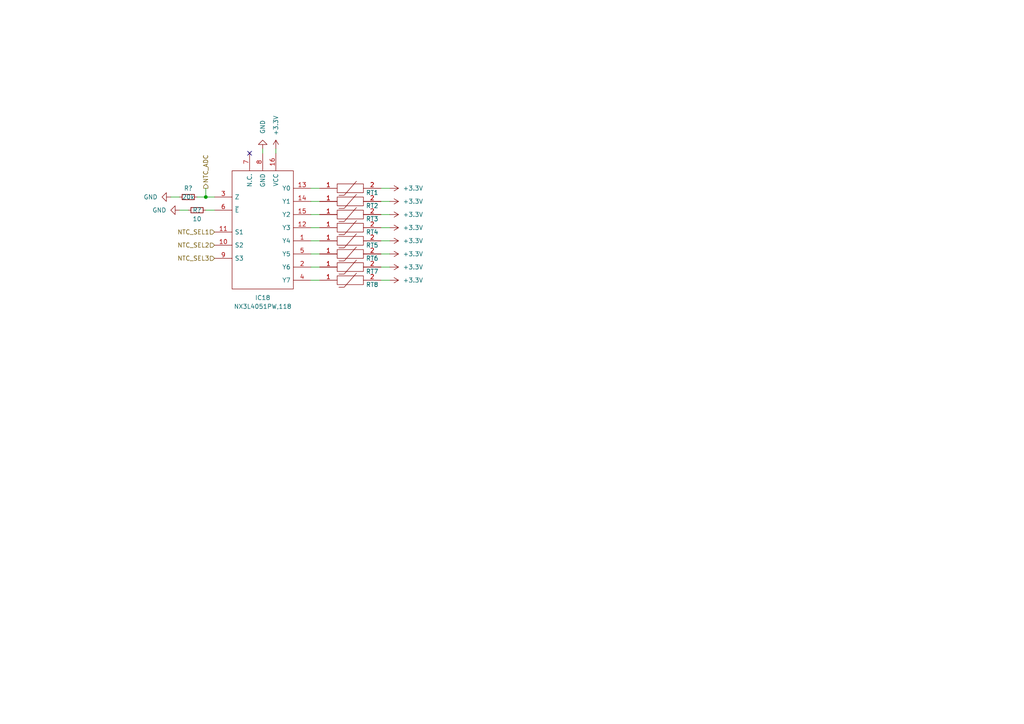
<source format=kicad_sch>
(kicad_sch (version 20211123) (generator eeschema)
  (paper "A4")
  (lib_symbols
    (symbol "Device:R_Small" (pin_numbers hide) (pin_names (offset 0.254) hide)
      (property "Reference" "R" (at 0.762 0.508 0))
      (property "Value" "R_Small" (at 0.762 -1.016 0))
      (symbol "R_Small_0_1"
        (rectangle (start -0.762 1.778) (end 0.762 -1.778) (stroke (width 0.2032)))
      )
      (symbol "R_Small_1_1"
        (pin passive line (at 0 2.54 270) (length 0.762) (name "~") (number "1"))
        (pin passive line (at 0 -2.54 90) (length 0.762) (name "~") (number "2"))
      )
    )
    (symbol "pdms_additional:B57232V5103F360" (pin_names (offset 0.762))
      (property "Reference" "RT" (at 13.97 6.35 0))
      (property "Value" "B57232V5103F360" (at 13.97 3.81 0))
      (symbol "B57232V5103F360_0_0"
        (pin passive line (at 0 0 0) (length 5.08) (name "~") (number "1"))
        (pin passive line (at 17.78 0 180) (length 5.08) (name "~") (number "2"))
      )
      (symbol "B57232V5103F360_0_1"
        (polyline (pts (xy 5.588 -2.032) (xy 7.112 -2.032) (xy 10.668 2.032)) (stroke (width 0.1524)))
        (polyline (pts (xy 5.08 1.27) (xy 12.7 1.27) (xy 12.7 -1.27) (xy 5.08 -1.27) (xy 5.08 1.27)) (stroke (width 0.1524)))
      )
    )
    (symbol "pdms_additional:NX3L4051PW,118" (pin_names (offset 0.762))
      (property "Reference" "IC" (at 59.69 12.7 0))
      (property "Value" "NX3L4051PW,118" (at 59.69 10.16 0))
      (symbol "NX3L4051PW,118_0_0"
        (pin passive line (at 27.94 -17.78 180) (length 5.08) (name "Y4") (number "1"))
        (pin passive line (at 0 -19.05 0) (length 5.08) (name "S2") (number "10"))
        (pin passive line (at 0 -15.24 0) (length 5.08) (name "S1") (number "11"))
        (pin passive line (at 27.94 -13.97 180) (length 5.08) (name "Y3") (number "12"))
        (pin passive line (at 27.94 -2.54 180) (length 5.08) (name "Y0") (number "13"))
        (pin passive line (at 27.94 -6.35 180) (length 5.08) (name "Y1") (number "14"))
        (pin passive line (at 27.94 -10.16 180) (length 5.08) (name "Y2") (number "15"))
        (pin passive line (at 17.78 7.62 270) (length 5.08) (name "VCC") (number "16"))
        (pin passive line (at 27.94 -25.4 180) (length 5.08) (name "Y6") (number "2"))
        (pin passive line (at 0 -5.08 0) (length 5.08) (name "Z") (number "3"))
        (pin passive line (at 27.94 -29.21 180) (length 5.08) (name "Y7") (number "4"))
        (pin passive line (at 27.94 -21.59 180) (length 5.08) (name "Y5") (number "5"))
        (pin passive line (at 0 -8.89 0) (length 5.08) (name "~{E}") (number "6"))
        (pin no_connect line (at 10.16 7.62 270) (length 5.08) (name "N.C.") (number "7"))
        (pin passive line (at 13.97 7.62 270) (length 5.08) (name "GND") (number "8"))
        (pin passive line (at 0 -22.86 0) (length 5.08) (name "S3") (number "9"))
      )
      (symbol "NX3L4051PW,118_0_1"
        (polyline (pts (xy 5.08 2.54) (xy 22.86 2.54) (xy 22.86 -31.75) (xy 5.08 -31.75) (xy 5.08 2.54)) (stroke (width 0.1524)))
      )
    )
    (symbol "power:+3.3V" (power) (pin_names (offset 0))
      (property "Value" "+3.3V" (at 0 3.556 0))
      (symbol "+3.3V_0_1"
        (polyline (pts (xy -0.762 1.27) (xy 0 2.54)))
        (polyline (pts (xy 0 0) (xy 0 2.54)))
        (polyline (pts (xy 0 2.54) (xy 0.762 1.27)))
      )
      (symbol "+3.3V_1_1"
        (pin power_in line (at 0 0 90) (length 0) hide (name "+3.3V") (number "1"))
      )
    )
    (symbol "power:GND" (power) (pin_names (offset 0))
      (property "Value" "GND" (at 0 -3.81 0))
      (symbol "GND_0_1"
        (polyline (pts (xy 0 0) (xy 0 -1.27) (xy 1.27 -1.27) (xy 0 -2.54) (xy -1.27 -1.27) (xy 0 -1.27)))
      )
      (symbol "GND_1_1"
        (pin power_in line (at 0 0 270) (length 0) hide (name "GND") (number "1"))
      )
    )
  )
  (junction (at 59.69 57.15))
  (no_connect (at 72.39 44.45))
  (wire (pts (xy 59.69 60.96) (xy 62.23 60.96)))
  (wire (pts (xy 90.17 77.47) (xy 92.71 77.47)))
  (wire (pts (xy 80.01 43.18) (xy 80.01 44.45)))
  (wire (pts (xy 110.49 77.47) (xy 113.03 77.47)))
  (wire (pts (xy 110.49 54.61) (xy 113.03 54.61)))
  (wire (pts (xy 110.49 62.23) (xy 113.03 62.23)))
  (wire (pts (xy 49.53 57.15) (xy 52.07 57.15)))
  (wire (pts (xy 76.2 43.18) (xy 76.2 44.45)))
  (wire (pts (xy 90.17 66.04) (xy 92.71 66.04)))
  (wire (pts (xy 110.49 58.42) (xy 113.03 58.42)))
  (wire (pts (xy 90.17 69.85) (xy 92.71 69.85)))
  (wire (pts (xy 110.49 81.28) (xy 113.03 81.28)))
  (wire (pts (xy 110.49 66.04) (xy 113.03 66.04)))
  (wire (pts (xy 90.17 73.66) (xy 92.71 73.66)))
  (wire (pts (xy 59.69 57.15) (xy 62.23 57.15)))
  (wire (pts (xy 90.17 58.42) (xy 92.71 58.42)))
  (wire (pts (xy 90.17 81.28) (xy 92.71 81.28)))
  (wire (pts (xy 57.15 57.15) (xy 59.69 57.15)))
  (wire (pts (xy 110.49 69.85) (xy 113.03 69.85)))
  (wire (pts (xy 90.17 54.61) (xy 92.71 54.61)))
  (wire (pts (xy 59.69 54.61) (xy 59.69 57.15)))
  (wire (pts (xy 90.17 62.23) (xy 92.71 62.23)))
  (wire (pts (xy 52.07 60.96) (xy 54.61 60.96)))
  (wire (pts (xy 110.49 73.66) (xy 113.03 73.66)))
  (hierarchical_label "NTC_SEL1" (shape input) (at 62.23 67.31 180))
  (hierarchical_label "NTC_ADC" (shape output) (at 59.69 54.61 90))
  (hierarchical_label "NTC_SEL2" (shape input) (at 62.23 71.12 180))
  (hierarchical_label "NTC_SEL3" (shape input) (at 62.23 74.93 180))
  (symbol (lib_id "pdms_additional:B57232V5103F360") (at 92.71 73.66 0) (unit 1)
    (property "Reference" "RT6" (at 107.95 74.93 0))
    (property "Value" "B57232V5103F360" (effects hide))
    (property "Datasheet" "https://product.tdk.com/system/files/dam/doc/product/sensor/ntc/chip-ntc-thermistor/data_sheet/50/db/ntc/ntc_smd_automotive_series_0402.pdf" (effects hide))
    (property "Description" "Chip NTC Thermistors (Sensor), Resistance (at 25?C)=10k?, Resistance Tolerance (at 25?C)=?3%" (effects hide))
    (property "Height" "0.6" (effects hide))
    (property "Manufacturer_Name" "TDK" (effects hide))
    (property "Manufacturer_Part_Number" "B57232V5103F360" (effects hide))
    (property "Mouser Part Number" "871-B57232V5103F360" (effects hide))
    (property "Mouser Price/Stock" "https://www.mouser.com/Search/Refine.aspx?Keyword=871-B57232V5103F360" (effects hide))
  )
  (symbol (lib_id "power:+3.3V") (at 113.03 66.04 270) (unit 1)
    (property "Reference" "#PWR0305" (effects hide))
    (property "Value" "+3.3V" (at 116.84 66.0399 90) (effects (justify left)))
  )
  (symbol (lib_id "power:+3.3V") (at 113.03 58.42 270) (unit 1)
    (property "Reference" "#PWR0308" (effects hide))
    (property "Value" "+3.3V" (at 116.84 58.4199 90) (effects (justify left)))
  )
  (symbol (lib_id "power:+3.3V") (at 113.03 81.28 270) (unit 1)
    (property "Reference" "#PWR0304" (effects hide))
    (property "Value" "+3.3V" (at 116.84 81.2799 90) (effects (justify left)))
  )
  (symbol (lib_id "Device:R_Small") (at 54.61 57.15 90) (unit 1)
    (property "Reference" "R?" (at 54.61 54.61 90))
    (property "Value" "20k" (at 54.61 57.15 90))
  )
  (symbol (lib_id "power:+3.3V") (at 113.03 62.23 270) (unit 1)
    (property "Reference" "#PWR0306" (effects hide))
    (property "Value" "+3.3V" (at 116.84 62.2299 90) (effects (justify left)))
  )
  (symbol (lib_id "power:GND") (at 52.07 60.96 270) (unit 1)
    (property "Reference" "#PWR?" (effects hide))
    (property "Value" "GND" (at 48.26 60.9599 90) (effects (justify right)))
  )
  (symbol (lib_id "pdms_additional:B57232V5103F360") (at 92.71 69.85 0) (unit 1)
    (property "Reference" "RT5" (at 107.95 71.12 0))
    (property "Value" "B57232V5103F360" (effects hide))
    (property "Datasheet" "https://product.tdk.com/system/files/dam/doc/product/sensor/ntc/chip-ntc-thermistor/data_sheet/50/db/ntc/ntc_smd_automotive_series_0402.pdf" (effects hide))
    (property "Description" "Chip NTC Thermistors (Sensor), Resistance (at 25?C)=10k?, Resistance Tolerance (at 25?C)=?3%" (effects hide))
    (property "Height" "0.6" (effects hide))
    (property "Manufacturer_Name" "TDK" (effects hide))
    (property "Manufacturer_Part_Number" "B57232V5103F360" (effects hide))
    (property "Mouser Part Number" "871-B57232V5103F360" (effects hide))
    (property "Mouser Price/Stock" "https://www.mouser.com/Search/Refine.aspx?Keyword=871-B57232V5103F360" (effects hide))
  )
  (symbol (lib_id "pdms_additional:B57232V5103F360") (at 92.71 58.42 0) (unit 1)
    (property "Reference" "RT2" (at 107.95 59.69 0))
    (property "Value" "B57232V5103F360" (effects hide))
    (property "Datasheet" "https://product.tdk.com/system/files/dam/doc/product/sensor/ntc/chip-ntc-thermistor/data_sheet/50/db/ntc/ntc_smd_automotive_series_0402.pdf" (effects hide))
    (property "Description" "Chip NTC Thermistors (Sensor), Resistance (at 25?C)=10k?, Resistance Tolerance (at 25?C)=?3%" (effects hide))
    (property "Height" "0.6" (effects hide))
    (property "Manufacturer_Name" "TDK" (effects hide))
    (property "Manufacturer_Part_Number" "B57232V5103F360" (effects hide))
    (property "Mouser Part Number" "871-B57232V5103F360" (effects hide))
    (property "Mouser Price/Stock" "https://www.mouser.com/Search/Refine.aspx?Keyword=871-B57232V5103F360" (effects hide))
  )
  (symbol (lib_id "power:GND") (at 49.53 57.15 270) (unit 1)
    (property "Reference" "#PWR?" (effects hide))
    (property "Value" "GND" (at 45.72 57.1499 90) (effects (justify right)))
  )
  (symbol (lib_id "power:+3.3V") (at 113.03 77.47 270) (unit 1)
    (property "Reference" "#PWR0303" (effects hide))
    (property "Value" "+3.3V" (at 116.84 77.4699 90) (effects (justify left)))
  )
  (symbol (lib_id "pdms_additional:B57232V5103F360") (at 92.71 81.28 0) (unit 1)
    (property "Reference" "RT8" (at 107.95 82.55 0))
    (property "Value" "B57232V5103F360" (effects hide))
    (property "Datasheet" "https://product.tdk.com/system/files/dam/doc/product/sensor/ntc/chip-ntc-thermistor/data_sheet/50/db/ntc/ntc_smd_automotive_series_0402.pdf" (effects hide))
    (property "Description" "Chip NTC Thermistors (Sensor), Resistance (at 25?C)=10k?, Resistance Tolerance (at 25?C)=?3%" (effects hide))
    (property "Height" "0.6" (effects hide))
    (property "Manufacturer_Name" "TDK" (effects hide))
    (property "Manufacturer_Part_Number" "B57232V5103F360" (effects hide))
    (property "Mouser Part Number" "871-B57232V5103F360" (effects hide))
    (property "Mouser Price/Stock" "https://www.mouser.com/Search/Refine.aspx?Keyword=871-B57232V5103F360" (effects hide))
  )
  (symbol (lib_id "pdms_additional:B57232V5103F360") (at 92.71 77.47 0) (unit 1)
    (property "Reference" "RT7" (at 107.95 78.74 0))
    (property "Value" "B57232V5103F360" (effects hide))
    (property "Datasheet" "https://product.tdk.com/system/files/dam/doc/product/sensor/ntc/chip-ntc-thermistor/data_sheet/50/db/ntc/ntc_smd_automotive_series_0402.pdf" (effects hide))
    (property "Description" "Chip NTC Thermistors (Sensor), Resistance (at 25?C)=10k?, Resistance Tolerance (at 25?C)=?3%" (effects hide))
    (property "Height" "0.6" (effects hide))
    (property "Manufacturer_Name" "TDK" (effects hide))
    (property "Manufacturer_Part_Number" "B57232V5103F360" (effects hide))
    (property "Mouser Part Number" "871-B57232V5103F360" (effects hide))
    (property "Mouser Price/Stock" "https://www.mouser.com/Search/Refine.aspx?Keyword=871-B57232V5103F360" (effects hide))
  )
  (symbol (lib_id "power:GND") (at 76.2 43.18 180) (unit 1)
    (property "Reference" "#PWR?" (effects hide))
    (property "Value" "GND" (at 76.2 36.83 90))
  )
  (symbol (lib_id "pdms_additional:B57232V5103F360") (at 92.71 66.04 0) (unit 1)
    (property "Reference" "RT4" (at 107.95 67.31 0))
    (property "Value" "B57232V5103F360" (effects hide))
    (property "Datasheet" "https://product.tdk.com/system/files/dam/doc/product/sensor/ntc/chip-ntc-thermistor/data_sheet/50/db/ntc/ntc_smd_automotive_series_0402.pdf" (effects hide))
    (property "Description" "Chip NTC Thermistors (Sensor), Resistance (at 25?C)=10k?, Resistance Tolerance (at 25?C)=?3%" (effects hide))
    (property "Height" "0.6" (effects hide))
    (property "Manufacturer_Name" "TDK" (effects hide))
    (property "Manufacturer_Part_Number" "B57232V5103F360" (effects hide))
    (property "Mouser Part Number" "871-B57232V5103F360" (effects hide))
    (property "Mouser Price/Stock" "https://www.mouser.com/Search/Refine.aspx?Keyword=871-B57232V5103F360" (effects hide))
  )
  (symbol (lib_id "power:+3.3V") (at 80.01 43.18 0) (unit 1)
    (property "Reference" "#PWR?" (effects hide))
    (property "Value" "+3.3V" (at 80.01 39.37 90) (effects (justify left)))
  )
  (symbol (lib_id "Device:R_Small") (at 57.15 60.96 90) (unit 1)
    (property "Reference" "R?" (at 57.15 60.96 90))
    (property "Value" "10" (at 57.15 63.5 90))
  )
  (symbol (lib_id "pdms_additional:B57232V5103F360") (at 92.71 54.61 0) (unit 1)
    (property "Reference" "RT1" (at 107.95 55.88 0))
    (property "Value" "B57232V5103F360" (effects hide))
    (property "Datasheet" "https://product.tdk.com/system/files/dam/doc/product/sensor/ntc/chip-ntc-thermistor/data_sheet/50/db/ntc/ntc_smd_automotive_series_0402.pdf" (effects hide))
    (property "Description" "Chip NTC Thermistors (Sensor), Resistance (at 25?C)=10k?, Resistance Tolerance (at 25?C)=?3%" (effects hide))
    (property "Height" "0.6" (effects hide))
    (property "Manufacturer_Name" "TDK" (effects hide))
    (property "Manufacturer_Part_Number" "B57232V5103F360" (effects hide))
    (property "Mouser Part Number" "871-B57232V5103F360" (effects hide))
    (property "Mouser Price/Stock" "https://www.mouser.com/Search/Refine.aspx?Keyword=871-B57232V5103F360" (effects hide))
  )
  (symbol (lib_id "power:+3.3V") (at 113.03 54.61 270) (unit 1)
    (property "Reference" "#PWR0307" (effects hide))
    (property "Value" "+3.3V" (at 116.84 54.6099 90) (effects (justify left)))
  )
  (symbol (lib_id "power:+3.3V") (at 113.03 73.66 270) (unit 1)
    (property "Reference" "#PWR0301" (effects hide))
    (property "Value" "+3.3V" (at 116.84 73.6599 90) (effects (justify left)))
  )
  (symbol (lib_id "pdms_additional:NX3L4051PW,118") (at 62.23 52.07 0) (unit 1)
    (property "Reference" "IC18" (at 76.2 86.36 0))
    (property "Value" "NX3L4051PW,118" (at 76.2 88.9 0))
    (property "Datasheet" "http://www.nxp.com/docs/en/data-sheet/NX3L4051.pdf" (effects hide))
    (property "Description" "Analog Switch ICs ANLG SWT SPST 3.3V" (effects hide))
    (property "Height" "1.1" (effects hide))
    (property "Manufacturer_Name" "NXP" (effects hide))
    (property "Manufacturer_Part_Number" "NX3L4051PW,118" (effects hide))
    (property "Mouser Part Number" "771-NX3L4051PW118" (effects hide))
    (property "Mouser Price/Stock" "https://www.mouser.co.uk/ProductDetail/NXP-Semiconductors/NX3L4051PW118?qs=vbj%2FKoHZRAgFepmnkfH0Pw%3D%3D" (effects hide))
    (property "Arrow Part Number" "NX3L4051PW,118" (effects hide))
    (property "Arrow Price/Stock" "https://www.arrow.com/en/products/nx3l4051pw118/nxp-semiconductors?region=nac" (effects hide))
  )
  (symbol (lib_id "pdms_additional:B57232V5103F360") (at 92.71 62.23 0) (unit 1)
    (property "Reference" "RT3" (at 107.95 63.5 0))
    (property "Value" "B57232V5103F360" (effects hide))
    (property "Datasheet" "https://product.tdk.com/system/files/dam/doc/product/sensor/ntc/chip-ntc-thermistor/data_sheet/50/db/ntc/ntc_smd_automotive_series_0402.pdf" (effects hide))
    (property "Description" "Chip NTC Thermistors (Sensor), Resistance (at 25?C)=10k?, Resistance Tolerance (at 25?C)=?3%" (effects hide))
    (property "Height" "0.6" (effects hide))
    (property "Manufacturer_Name" "TDK" (effects hide))
    (property "Manufacturer_Part_Number" "B57232V5103F360" (effects hide))
    (property "Mouser Part Number" "871-B57232V5103F360" (effects hide))
    (property "Mouser Price/Stock" "https://www.mouser.com/Search/Refine.aspx?Keyword=871-B57232V5103F360" (effects hide))
  )
  (symbol (lib_id "power:+3.3V") (at 113.03 69.85 270) (unit 1)
    (property "Reference" "#PWR0302" (effects hide))
    (property "Value" "+3.3V" (at 116.84 69.8499 90) (effects (justify left)))
  )
)
</source>
